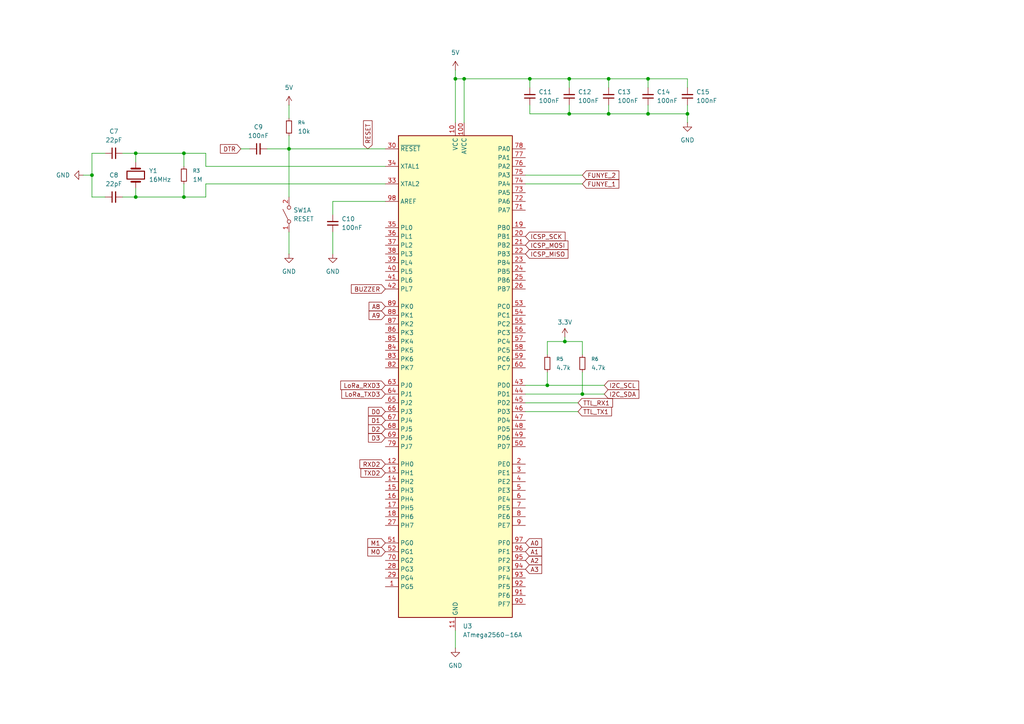
<source format=kicad_sch>
(kicad_sch (version 20250114) (generator "eeschema") (generator_version "9.0")
  (paper "A4")
  (lib_symbols
    (symbol "Device:C_Small" (pin_numbers (hide yes)) (pin_names (offset 0.254) (hide yes))
      (property "Reference" "C" (at 0.254 1.778 0))
      (property "Value" "C_Small" (at 0.254 -2.032 0))
      (symbol "C_Small_0_1"
        (polyline (pts (xy -1.524 0.508) (xy 1.524 0.508)) (stroke (width 0.3048)))
        (polyline (pts (xy -1.524 -0.508) (xy 1.524 -0.508)) (stroke (width 0.3302)))
      )
      (symbol "C_Small_1_1"
        (pin passive line (at 0 2.54 270) (length 2.032) (name "~") (number "1"))
        (pin passive line (at 0 -2.54 90) (length 2.032) (name "~") (number "2"))
      )
    )
    (symbol "Device:Crystal" (pin_numbers (hide yes)) (pin_names (offset 1.016) (hide yes))
      (property "Reference" "Y" (at 0 3.81 0))
      (property "Value" "Crystal" (at 0 -3.81 0))
      (symbol "Crystal_0_1"
        (polyline (pts (xy -2.54 0) (xy -1.905 0)))
        (polyline (pts (xy -1.905 -1.27) (xy -1.905 1.27)) (stroke (width 0.508)))
        (rectangle (start -1.143 2.54) (end 1.143 -2.54) (stroke (width 0.3048)))
        (polyline (pts (xy 1.905 -1.27) (xy 1.905 1.27)) (stroke (width 0.508)))
        (polyline (pts (xy 2.54 0) (xy 1.905 0)))
      )
      (symbol "Crystal_1_1"
        (pin passive line (at -3.81 0 0) (length 1.27) (name "1") (number "1"))
        (pin passive line (at 3.81 0 180) (length 1.27) (name "2") (number "2"))
      )
    )
    (symbol "Device:R_Small" (pin_numbers (hide yes)) (pin_names (offset 0.254) (hide yes))
      (property "Reference" "R" (at 0 0 90))
      (property "Value" "R_Small" (at 1.778 0 90))
      (symbol "R_Small_0_1"
        (rectangle (start -0.762 1.778) (end 0.762 -1.778) (stroke (width 0.2032)))
      )
      (symbol "R_Small_1_1"
        (pin passive line (at 0 2.54 270) (length 0.762) (name "~") (number "1"))
        (pin passive line (at 0 -2.54 90) (length 0.762) (name "~") (number "2"))
      )
    )
    (symbol "MCU_Microchip_ATmega:ATmega2560-16A"
      (property "Reference" "U" (at 0 1.27 0))
      (property "Value" "ATmega2560-16A" (at 0 -1.27 0))
      (symbol "ATmega2560-16A_0_1"
        (rectangle (start -16.51 -69.85) (end 16.51 69.85) (stroke (width 0.254)) (fill (type background)))
      )
      (symbol "ATmega2560-16A_1_1"
        (pin input line (at -20.32 66.04 0) (length 3.81) (name "~{RESET}") (number "30"))
        (pin input line (at -20.32 60.96 0) (length 3.81) (name "XTAL1") (number "34"))
        (pin output line (at -20.32 55.88 0) (length 3.81) (name "XTAL2") (number "33"))
        (pin passive line (at -20.32 50.8 0) (length 3.81) (name "AREF") (number "98"))
        (pin bidirectional line (at -20.32 43.18 0) (length 3.81) (name "PL0") (number "35"))
        (pin bidirectional line (at -20.32 40.64 0) (length 3.81) (name "PL1") (number "36"))
        (pin bidirectional line (at -20.32 38.1 0) (length 3.81) (name "PL2") (number "37"))
        (pin bidirectional line (at -20.32 35.56 0) (length 3.81) (name "PL3") (number "38"))
        (pin bidirectional line (at -20.32 33.02 0) (length 3.81) (name "PL4") (number "39"))
        (pin bidirectional line (at -20.32 30.48 0) (length 3.81) (name "PL5") (number "40"))
        (pin bidirectional line (at -20.32 27.94 0) (length 3.81) (name "PL6") (number "41"))
        (pin bidirectional line (at -20.32 25.4 0) (length 3.81) (name "PL7") (number "42"))
        (pin bidirectional line (at -20.32 20.32 0) (length 3.81) (name "PK0") (number "89"))
        (pin bidirectional line (at -20.32 17.78 0) (length 3.81) (name "PK1") (number "88"))
        (pin bidirectional line (at -20.32 15.24 0) (length 3.81) (name "PK2") (number "87"))
        (pin bidirectional line (at -20.32 12.7 0) (length 3.81) (name "PK3") (number "86"))
        (pin bidirectional line (at -20.32 10.16 0) (length 3.81) (name "PK4") (number "85"))
        (pin bidirectional line (at -20.32 7.62 0) (length 3.81) (name "PK5") (number "84"))
        (pin bidirectional line (at -20.32 5.08 0) (length 3.81) (name "PK6") (number "83"))
        (pin bidirectional line (at -20.32 2.54 0) (length 3.81) (name "PK7") (number "82"))
        (pin bidirectional line (at -20.32 -2.54 0) (length 3.81) (name "PJ0") (number "63"))
        (pin bidirectional line (at -20.32 -5.08 0) (length 3.81) (name "PJ1") (number "64"))
        (pin bidirectional line (at -20.32 -7.62 0) (length 3.81) (name "PJ2") (number "65"))
        (pin bidirectional line (at -20.32 -10.16 0) (length 3.81) (name "PJ3") (number "66"))
        (pin bidirectional line (at -20.32 -12.7 0) (length 3.81) (name "PJ4") (number "67"))
        (pin bidirectional line (at -20.32 -15.24 0) (length 3.81) (name "PJ5") (number "68"))
        (pin bidirectional line (at -20.32 -17.78 0) (length 3.81) (name "PJ6") (number "69"))
        (pin bidirectional line (at -20.32 -20.32 0) (length 3.81) (name "PJ7") (number "79"))
        (pin bidirectional line (at -20.32 -25.4 0) (length 3.81) (name "PH0") (number "12"))
        (pin bidirectional line (at -20.32 -27.94 0) (length 3.81) (name "PH1") (number "13"))
        (pin bidirectional line (at -20.32 -30.48 0) (length 3.81) (name "PH2") (number "14"))
        (pin bidirectional line (at -20.32 -33.02 0) (length 3.81) (name "PH3") (number "15"))
        (pin bidirectional line (at -20.32 -35.56 0) (length 3.81) (name "PH4") (number "16"))
        (pin bidirectional line (at -20.32 -38.1 0) (length 3.81) (name "PH5") (number "17"))
        (pin bidirectional line (at -20.32 -40.64 0) (length 3.81) (name "PH6") (number "18"))
        (pin bidirectional line (at -20.32 -43.18 0) (length 3.81) (name "PH7") (number "27"))
        (pin bidirectional line (at -20.32 -48.26 0) (length 3.81) (name "PG0") (number "51"))
        (pin bidirectional line (at -20.32 -50.8 0) (length 3.81) (name "PG1") (number "52"))
        (pin bidirectional line (at -20.32 -53.34 0) (length 3.81) (name "PG2") (number "70"))
        (pin bidirectional line (at -20.32 -55.88 0) (length 3.81) (name "PG3") (number "28"))
        (pin bidirectional line (at -20.32 -58.42 0) (length 3.81) (name "PG4") (number "29"))
        (pin bidirectional line (at -20.32 -60.96 0) (length 3.81) (name "PG5") (number "1"))
        (pin power_in line (at 0 73.66 270) (length 3.81) (name "VCC") (number "10"))
        (pin passive line (at 0 73.66 270) (length 3.81) (hide yes) (name "VCC") (number "31"))
        (pin passive line (at 0 73.66 270) (length 3.81) (hide yes) (name "VCC") (number "61"))
        (pin passive line (at 0 73.66 270) (length 3.81) (hide yes) (name "VCC") (number "80"))
        (pin power_in line (at 0 -73.66 90) (length 3.81) (name "GND") (number "11"))
        (pin passive line (at 0 -73.66 90) (length 3.81) (hide yes) (name "GND") (number "32"))
        (pin passive line (at 0 -73.66 90) (length 3.81) (hide yes) (name "GND") (number "62"))
        (pin passive line (at 0 -73.66 90) (length 3.81) (hide yes) (name "GND") (number "81"))
        (pin passive line (at 0 -73.66 90) (length 3.81) (hide yes) (name "GND") (number "99"))
        (pin power_in line (at 2.54 73.66 270) (length 3.81) (name "AVCC") (number "100"))
        (pin bidirectional line (at 20.32 66.04 180) (length 3.81) (name "PA0") (number "78"))
        (pin bidirectional line (at 20.32 63.5 180) (length 3.81) (name "PA1") (number "77"))
        (pin bidirectional line (at 20.32 60.96 180) (length 3.81) (name "PA2") (number "76"))
        (pin bidirectional line (at 20.32 58.42 180) (length 3.81) (name "PA3") (number "75"))
        (pin bidirectional line (at 20.32 55.88 180) (length 3.81) (name "PA4") (number "74"))
        (pin bidirectional line (at 20.32 53.34 180) (length 3.81) (name "PA5") (number "73"))
        (pin bidirectional line (at 20.32 50.8 180) (length 3.81) (name "PA6") (number "72"))
        (pin bidirectional line (at 20.32 48.26 180) (length 3.81) (name "PA7") (number "71"))
        (pin bidirectional line (at 20.32 43.18 180) (length 3.81) (name "PB0") (number "19"))
        (pin bidirectional line (at 20.32 40.64 180) (length 3.81) (name "PB1") (number "20"))
        (pin bidirectional line (at 20.32 38.1 180) (length 3.81) (name "PB2") (number "21"))
        (pin bidirectional line (at 20.32 35.56 180) (length 3.81) (name "PB3") (number "22"))
        (pin bidirectional line (at 20.32 33.02 180) (length 3.81) (name "PB4") (number "23"))
        (pin bidirectional line (at 20.32 30.48 180) (length 3.81) (name "PB5") (number "24"))
        (pin bidirectional line (at 20.32 27.94 180) (length 3.81) (name "PB6") (number "25"))
        (pin bidirectional line (at 20.32 25.4 180) (length 3.81) (name "PB7") (number "26"))
        (pin bidirectional line (at 20.32 20.32 180) (length 3.81) (name "PC0") (number "53"))
        (pin bidirectional line (at 20.32 17.78 180) (length 3.81) (name "PC1") (number "54"))
        (pin bidirectional line (at 20.32 15.24 180) (length 3.81) (name "PC2") (number "55"))
        (pin bidirectional line (at 20.32 12.7 180) (length 3.81) (name "PC3") (number "56"))
        (pin bidirectional line (at 20.32 10.16 180) (length 3.81) (name "PC4") (number "57"))
        (pin bidirectional line (at 20.32 7.62 180) (length 3.81) (name "PC5") (number "58"))
        (pin bidirectional line (at 20.32 5.08 180) (length 3.81) (name "PC6") (number "59"))
        (pin bidirectional line (at 20.32 2.54 180) (length 3.81) (name "PC7") (number "60"))
        (pin bidirectional line (at 20.32 -2.54 180) (length 3.81) (name "PD0") (number "43"))
        (pin bidirectional line (at 20.32 -5.08 180) (length 3.81) (name "PD1") (number "44"))
        (pin bidirectional line (at 20.32 -7.62 180) (length 3.81) (name "PD2") (number "45"))
        (pin bidirectional line (at 20.32 -10.16 180) (length 3.81) (name "PD3") (number "46"))
        (pin bidirectional line (at 20.32 -12.7 180) (length 3.81) (name "PD4") (number "47"))
        (pin bidirectional line (at 20.32 -15.24 180) (length 3.81) (name "PD5") (number "48"))
        (pin bidirectional line (at 20.32 -17.78 180) (length 3.81) (name "PD6") (number "49"))
        (pin bidirectional line (at 20.32 -20.32 180) (length 3.81) (name "PD7") (number "50"))
        (pin bidirectional line (at 20.32 -25.4 180) (length 3.81) (name "PE0") (number "2"))
        (pin bidirectional line (at 20.32 -27.94 180) (length 3.81) (name "PE1") (number "3"))
        (pin bidirectional line (at 20.32 -30.48 180) (length 3.81) (name "PE2") (number "4"))
        (pin bidirectional line (at 20.32 -33.02 180) (length 3.81) (name "PE3") (number "5"))
        (pin bidirectional line (at 20.32 -35.56 180) (length 3.81) (name "PE4") (number "6"))
        (pin bidirectional line (at 20.32 -38.1 180) (length 3.81) (name "PE5") (number "7"))
        (pin bidirectional line (at 20.32 -40.64 180) (length 3.81) (name "PE6") (number "8"))
        (pin bidirectional line (at 20.32 -43.18 180) (length 3.81) (name "PE7") (number "9"))
        (pin bidirectional line (at 20.32 -48.26 180) (length 3.81) (name "PF0") (number "97"))
        (pin bidirectional line (at 20.32 -50.8 180) (length 3.81) (name "PF1") (number "96"))
        (pin bidirectional line (at 20.32 -53.34 180) (length 3.81) (name "PF2") (number "95"))
        (pin bidirectional line (at 20.32 -55.88 180) (length 3.81) (name "PF3") (number "94"))
        (pin bidirectional line (at 20.32 -58.42 180) (length 3.81) (name "PF4") (number "93"))
        (pin bidirectional line (at 20.32 -60.96 180) (length 3.81) (name "PF5") (number "92"))
        (pin bidirectional line (at 20.32 -63.5 180) (length 3.81) (name "PF6") (number "91"))
        (pin bidirectional line (at 20.32 -66.04 180) (length 3.81) (name "PF7") (number "90"))
      )
    )
    (symbol "Switch:SW_DPST_x2" (pin_names (offset 0) (hide yes))
      (property "Reference" "SW" (at 0 3.175 0))
      (property "Value" "SW_DPST_x2" (at 0 -2.54 0))
      (symbol "SW_DPST_x2_0_0"
        (circle (center -2.032 0) (radius 0.508))
        (polyline (pts (xy -1.524 0.254) (xy 1.524 1.778)))
        (circle (center 2.032 0) (radius 0.508))
      )
      (symbol "SW_DPST_x2_1_1"
        (pin passive line (at -5.08 0 0) (length 2.54) (name "A") (number "1"))
        (pin passive line (at 5.08 0 180) (length 2.54) (name "B") (number "2"))
      )
      (symbol "SW_DPST_x2_2_1"
        (pin passive line (at -5.08 0 0) (length 2.54) (name "A") (number "3"))
        (pin passive line (at 5.08 0 180) (length 2.54) (name "B") (number "4"))
      )
    )
    (symbol "power:GND" (power) (pin_numbers (hide yes)) (pin_names (offset 0) (hide yes))
      (property "Value" "GND" (at 0 -3.81 0))
      (symbol "GND_0_1"
        (polyline (pts (xy 0 0) (xy 0 -1.27) (xy 1.27 -1.27) (xy 0 -2.54) (xy -1.27 -1.27) (xy 0 -1.27)))
      )
      (symbol "GND_1_1"
        (pin power_in line (at 0 0 270) (length 0) (name "~") (number "1"))
      )
    )
    (symbol "power:VCC" (power) (pin_numbers (hide yes)) (pin_names (offset 0) (hide yes))
      (property "Value" "VCC" (at 0 3.556 0))
      (symbol "VCC_0_1"
        (polyline (pts (xy -0.762 1.27) (xy 0 2.54)))
        (polyline (pts (xy 0 2.54) (xy 0.762 1.27)))
        (polyline (pts (xy 0 0) (xy 0 2.54)))
      )
      (symbol "VCC_1_1"
        (pin power_in line (at 0 0 90) (length 0) (name "~") (number "1"))
      )
    )
  )
  (junction (at 53.34 44.45))
  (junction (at 158.75 111.76))
  (junction (at 134.62 22.86))
  (junction (at 39.37 44.45))
  (junction (at 132.08 22.86))
  (junction (at 168.91 114.3))
  (junction (at 176.53 22.86))
  (junction (at 53.34 57.15))
  (junction (at 187.96 22.86))
  (junction (at 83.82 43.18))
  (junction (at 165.1 33.02))
  (junction (at 26.67 50.8))
  (junction (at 153.67 22.86))
  (junction (at 165.1 22.86))
  (junction (at 163.83 99.06))
  (junction (at 176.53 33.02))
  (junction (at 187.96 33.02))
  (junction (at 39.37 57.15))
  (junction (at 199.39 33.02))
  (wire (pts (xy 96.52 73.66) (xy 96.52 67.31)))
  (wire (pts (xy 176.53 30.48) (xy 176.53 33.02)))
  (wire (pts (xy 83.82 43.18) (xy 83.82 57.15)))
  (wire (pts (xy 35.56 44.45) (xy 39.37 44.45)))
  (wire (pts (xy 39.37 44.45) (xy 39.37 46.99)))
  (wire (pts (xy 83.82 43.18) (xy 111.76 43.18)))
  (wire (pts (xy 153.67 30.48) (xy 153.67 33.02)))
  (wire (pts (xy 158.75 111.76) (xy 175.26 111.76)))
  (wire (pts (xy 30.48 57.15) (xy 26.67 57.15)))
  (wire (pts (xy 153.67 22.86) (xy 153.67 25.4)))
  (wire (pts (xy 152.4 53.34) (xy 168.91 53.34)))
  (wire (pts (xy 153.67 33.02) (xy 165.1 33.02)))
  (wire (pts (xy 165.1 25.4) (xy 165.1 22.86)))
  (wire (pts (xy 134.62 22.86) (xy 134.62 35.56)))
  (wire (pts (xy 152.4 119.38) (xy 167.64 119.38)))
  (wire (pts (xy 199.39 33.02) (xy 187.96 33.02)))
  (wire (pts (xy 53.34 53.34) (xy 53.34 57.15)))
  (wire (pts (xy 132.08 35.56) (xy 132.08 22.86)))
  (wire (pts (xy 165.1 33.02) (xy 165.1 30.48)))
  (wire (pts (xy 158.75 99.06) (xy 163.83 99.06)))
  (wire (pts (xy 77.47 43.18) (xy 83.82 43.18)))
  (wire (pts (xy 158.75 102.87) (xy 158.75 99.06)))
  (wire (pts (xy 163.83 97.79) (xy 163.83 99.06)))
  (wire (pts (xy 59.69 44.45) (xy 53.34 44.45)))
  (wire (pts (xy 35.56 57.15) (xy 39.37 57.15)))
  (wire (pts (xy 158.75 107.95) (xy 158.75 111.76)))
  (wire (pts (xy 83.82 30.48) (xy 83.82 34.29)))
  (wire (pts (xy 26.67 44.45) (xy 26.67 50.8)))
  (wire (pts (xy 199.39 30.48) (xy 199.39 33.02)))
  (wire (pts (xy 168.91 99.06) (xy 168.91 102.87)))
  (wire (pts (xy 96.52 62.23) (xy 96.52 58.42)))
  (wire (pts (xy 53.34 57.15) (xy 39.37 57.15)))
  (wire (pts (xy 152.4 114.3) (xy 168.91 114.3)))
  (wire (pts (xy 176.53 22.86) (xy 165.1 22.86)))
  (wire (pts (xy 165.1 22.86) (xy 153.67 22.86)))
  (wire (pts (xy 168.91 50.8) (xy 152.4 50.8)))
  (wire (pts (xy 163.83 99.06) (xy 168.91 99.06)))
  (wire (pts (xy 96.52 58.42) (xy 111.76 58.42)))
  (wire (pts (xy 187.96 22.86) (xy 199.39 22.86)))
  (wire (pts (xy 111.76 53.34) (xy 59.69 53.34)))
  (wire (pts (xy 132.08 187.96) (xy 132.08 182.88)))
  (wire (pts (xy 26.67 50.8) (xy 24.13 50.8)))
  (wire (pts (xy 199.39 35.56) (xy 199.39 33.02)))
  (wire (pts (xy 187.96 30.48) (xy 187.96 33.02)))
  (wire (pts (xy 187.96 22.86) (xy 176.53 22.86)))
  (wire (pts (xy 83.82 67.31) (xy 83.82 73.66)))
  (wire (pts (xy 134.62 22.86) (xy 153.67 22.86)))
  (wire (pts (xy 176.53 33.02) (xy 165.1 33.02)))
  (wire (pts (xy 59.69 57.15) (xy 53.34 57.15)))
  (wire (pts (xy 69.85 43.18) (xy 72.39 43.18)))
  (wire (pts (xy 176.53 25.4) (xy 176.53 22.86)))
  (wire (pts (xy 111.76 48.26) (xy 59.69 48.26)))
  (wire (pts (xy 187.96 25.4) (xy 187.96 22.86)))
  (wire (pts (xy 152.4 111.76) (xy 158.75 111.76)))
  (wire (pts (xy 53.34 44.45) (xy 53.34 48.26)))
  (wire (pts (xy 187.96 33.02) (xy 176.53 33.02)))
  (wire (pts (xy 132.08 20.32) (xy 132.08 22.86)))
  (wire (pts (xy 168.91 114.3) (xy 175.26 114.3)))
  (wire (pts (xy 53.34 44.45) (xy 39.37 44.45)))
  (wire (pts (xy 59.69 48.26) (xy 59.69 44.45)))
  (wire (pts (xy 152.4 116.84) (xy 167.64 116.84)))
  (wire (pts (xy 26.67 50.8) (xy 26.67 57.15)))
  (wire (pts (xy 39.37 54.61) (xy 39.37 57.15)))
  (wire (pts (xy 168.91 107.95) (xy 168.91 114.3)))
  (wire (pts (xy 30.48 44.45) (xy 26.67 44.45)))
  (wire (pts (xy 83.82 39.37) (xy 83.82 43.18)))
  (wire (pts (xy 132.08 22.86) (xy 134.62 22.86)))
  (wire (pts (xy 199.39 25.4) (xy 199.39 22.86)))
  (wire (pts (xy 59.69 53.34) (xy 59.69 57.15)))
  (global_label "RESET" (shape input) (at 106.68 43.18 90) (property "Intersheetrefs" "${INTERSHEET_REFS}" (effects (hide yes))))
  (global_label "D2" (shape input) (at 111.76 124.46 180) (property "Intersheetrefs" "${INTERSHEET_REFS}" (effects (hide yes))))
  (global_label "D3" (shape input) (at 111.76 127 180) (property "Intersheetrefs" "${INTERSHEET_REFS}" (effects (hide yes))))
  (global_label "TTL_TX1" (shape input) (at 167.64 119.38 0) (property "Intersheetrefs" "${INTERSHEET_REFS}" (effects (hide yes))))
  (global_label "BUZZER" (shape input) (at 111.76 83.82 180) (property "Intersheetrefs" "${INTERSHEET_REFS}" (effects (hide yes))))
  (global_label "FUNYE_1" (shape input) (at 168.91 53.34 0) (property "Intersheetrefs" "${INTERSHEET_REFS}" (effects (hide yes))))
  (global_label "M1" (shape input) (at 111.76 157.48 180) (property "Intersheetrefs" "${INTERSHEET_REFS}" (effects (hide yes))))
  (global_label "A9" (shape input) (at 111.76 91.44 180) (property "Intersheetrefs" "${INTERSHEET_REFS}" (effects (hide yes))))
  (global_label "RXD2" (shape input) (at 111.76 134.62 180) (property "Intersheetrefs" "${INTERSHEET_REFS}" (effects (hide yes))))
  (global_label "LoRa_TXD3" (shape input) (at 111.76 114.3 180) (property "Intersheetrefs" "${INTERSHEET_REFS}" (effects (hide yes))))
  (global_label "DTR" (shape input) (at 69.85 43.18 180) (property "Intersheetrefs" "${INTERSHEET_REFS}" (effects (hide yes))))
  (global_label "A1" (shape input) (at 152.4 160.02 0) (property "Intersheetrefs" "${INTERSHEET_REFS}" (effects (hide yes))))
  (global_label "TTL_RX1" (shape input) (at 167.64 116.84 0) (property "Intersheetrefs" "${INTERSHEET_REFS}" (effects (hide yes))))
  (global_label "I2C_SCL" (shape input) (at 175.26 111.76 0) (property "Intersheetrefs" "${INTERSHEET_REFS}" (effects (hide yes))))
  (global_label "M0" (shape input) (at 111.76 160.02 180) (property "Intersheetrefs" "${INTERSHEET_REFS}" (effects (hide yes))))
  (global_label "ICSP_SCK" (shape input) (at 152.4 68.58 0) (property "Intersheetrefs" "${INTERSHEET_REFS}" (effects (hide yes))))
  (global_label "A2" (shape input) (at 152.4 162.56 0) (property "Intersheetrefs" "${INTERSHEET_REFS}" (effects (hide yes))))
  (global_label "TXD2" (shape input) (at 111.76 137.16 180) (property "Intersheetrefs" "${INTERSHEET_REFS}" (effects (hide yes))))
  (global_label "LoRa_RXD3" (shape input) (at 111.76 111.76 180) (property "Intersheetrefs" "${INTERSHEET_REFS}" (effects (hide yes))))
  (global_label "D1" (shape input) (at 111.76 121.92 180) (property "Intersheetrefs" "${INTERSHEET_REFS}" (effects (hide yes))))
  (global_label "ICSP_MISO" (shape input) (at 152.4 73.66 0) (property "Intersheetrefs" "${INTERSHEET_REFS}" (effects (hide yes))))
  (global_label "A3" (shape input) (at 152.4 165.1 0) (property "Intersheetrefs" "${INTERSHEET_REFS}" (effects (hide yes))))
  (global_label "A0" (shape input) (at 152.4 157.48 0) (property "Intersheetrefs" "${INTERSHEET_REFS}" (effects (hide yes))))
  (global_label "FUNYE_2" (shape input) (at 168.91 50.8 0) (property "Intersheetrefs" "${INTERSHEET_REFS}" (effects (hide yes))))
  (global_label "I2C_SDA" (shape input) (at 175.26 114.3 0) (property "Intersheetrefs" "${INTERSHEET_REFS}" (effects (hide yes))))
  (global_label "D0" (shape input) (at 111.76 119.38 180) (property "Intersheetrefs" "${INTERSHEET_REFS}" (effects (hide yes))))
  (global_label "A8" (shape input) (at 111.76 88.9 180) (property "Intersheetrefs" "${INTERSHEET_REFS}" (effects (hide yes))))
  (global_label "ICSP_MOSI" (shape input) (at 152.4 71.12 0) (property "Intersheetrefs" "${INTERSHEET_REFS}" (effects (hide yes))))
  (symbol (lib_id "power:VCC") (at 83.82 30.48 0) (unit 1)
    (property "Reference" "#PWR020" (effects (hide yes)))
    (property "Value" "5V" (at 83.82 25.4 0))
    (property "Description" "Power symbol creates a global label with name \"VCC\"" (effects (hide yes)))
  )
  (symbol (lib_id "Device:C_Small") (at 187.96 27.94 180) (unit 1)
    (property "Reference" "C14" (at 190.5 26.6635 0) (effects (justify right)))
    (property "Value" "100nF" (at 190.5 29.2035 0) (effects (justify right)))
    (property "Footprint" "Capacitor_SMD:C_0603_1608Metric_Pad1.08x0.95mm_HandSolder" (effects (hide yes)))
    (property "Description" "Unpolarized capacitor, small symbol" (effects (hide yes)))
  )
  (symbol (lib_id "Device:C_Small") (at 165.1 27.94 180) (unit 1)
    (property "Reference" "C12" (at 167.64 26.6635 0) (effects (justify right)))
    (property "Value" "100nF" (at 167.64 29.2035 0) (effects (justify right)))
    (property "Footprint" "Capacitor_SMD:C_0603_1608Metric_Pad1.08x0.95mm_HandSolder" (effects (hide yes)))
    (property "Description" "Unpolarized capacitor, small symbol" (effects (hide yes)))
  )
  (symbol (lib_id "Device:R_Small") (at 168.91 105.41 180) (unit 1)
    (property "Reference" "R6" (at 171.45 104.1399 0) (effects (font (size 1.016 1.016)) (justify right)))
    (property "Value" "4.7k" (at 171.45 106.6799 0) (effects (justify right)))
    (property "Footprint" "Resistor_SMD:R_0603_1608Metric_Pad0.98x0.95mm_HandSolder" (effects (hide yes)))
    (property "Description" "Resistor, small symbol" (effects (hide yes)))
  )
  (symbol (lib_id "Device:C_Small") (at 153.67 27.94 180) (unit 1)
    (property "Reference" "C11" (at 156.21 26.6635 0) (effects (justify right)))
    (property "Value" "100nF" (at 156.21 29.2035 0) (effects (justify right)))
    (property "Footprint" "Capacitor_SMD:C_0603_1608Metric_Pad1.08x0.95mm_HandSolder" (effects (hide yes)))
    (property "Description" "Unpolarized capacitor, small symbol" (effects (hide yes)))
  )
  (symbol (lib_id "power:VCC") (at 163.83 97.79 0) (unit 1)
    (property "Reference" "#PWR025" (effects (hide yes)))
    (property "Value" "3.3V" (at 163.83 93.472 0))
    (property "Description" "Power symbol creates a global label with name \"VCC\"" (effects (hide yes)))
  )
  (symbol (lib_id "Device:C_Small") (at 176.53 27.94 180) (unit 1)
    (property "Reference" "C13" (at 179.07 26.6635 0) (effects (justify right)))
    (property "Value" "100nF" (at 179.07 29.2035 0) (effects (justify right)))
    (property "Footprint" "Capacitor_SMD:C_0603_1608Metric_Pad1.08x0.95mm_HandSolder" (effects (hide yes)))
    (property "Description" "Unpolarized capacitor, small symbol" (effects (hide yes)))
  )
  (symbol (lib_id "Device:C_Small") (at 74.93 43.18 90) (unit 1)
    (property "Reference" "C9" (at 74.9363 36.83 90))
    (property "Value" "100nF" (at 74.9363 39.37 90))
    (property "Footprint" "Capacitor_SMD:C_0603_1608Metric_Pad1.08x0.95mm_HandSolder" (effects (hide yes)))
    (property "Description" "Unpolarized capacitor, small symbol" (effects (hide yes)))
  )
  (symbol (lib_id "power:GND") (at 132.08 187.96 0) (unit 1)
    (property "Reference" "#PWR024" (effects (hide yes)))
    (property "Value" "GND" (at 132.08 193.04 0))
    (property "Description" "Power symbol creates a global label with name \"GND\" , ground" (effects (hide yes)))
  )
  (symbol (lib_id "Switch:SW_DPST_x2") (at 83.82 62.23 90) (unit 1)
    (property "Reference" "SW1" (at 85.09 60.9599 90) (effects (justify right)))
    (property "Value" "RESET" (at 85.09 63.4999 90) (effects (justify right)))
    (property "Footprint" "Button_Switch_THT:SW_PUSH_6mm_H5mm" (effects (hide yes)))
    (property "Description" "Single Pole Single Throw (SPST) switch, separate symbol" (effects (hide yes)))
  )
  (symbol (lib_id "power:VCC") (at 132.08 20.32 0) (unit 1)
    (property "Reference" "#PWR023" (effects (hide yes)))
    (property "Value" "5V" (at 132.08 15.24 0))
    (property "Description" "Power symbol creates a global label with name \"VCC\"" (effects (hide yes)))
  )
  (symbol (lib_id "Device:C_Small") (at 33.02 57.15 90) (unit 1)
    (property "Reference" "C8" (at 33.0263 50.8 90))
    (property "Value" "22pF" (at 33.0263 53.34 90))
    (property "Footprint" "Capacitor_SMD:C_0603_1608Metric_Pad1.08x0.95mm_HandSolder" (effects (hide yes)))
    (property "Description" "Unpolarized capacitor, small symbol" (effects (hide yes)))
  )
  (symbol (lib_id "power:GND") (at 96.52 73.66 0) (unit 1)
    (property "Reference" "#PWR022" (effects (hide yes)))
    (property "Value" "GND" (at 96.52 78.74 0))
    (property "Description" "Power symbol creates a global label with name \"GND\" , ground" (effects (hide yes)))
  )
  (symbol (lib_id "Device:R_Small") (at 53.34 50.8 0) (unit 1)
    (property "Reference" "R3" (at 55.88 49.5299 0) (effects (font (size 1.016 1.016)) (justify left)))
    (property "Value" "1M" (at 55.88 52.0699 0) (effects (justify left)))
    (property "Footprint" "Resistor_SMD:R_0603_1608Metric_Pad0.98x0.95mm_HandSolder" (effects (hide yes)))
    (property "Description" "Resistor, small symbol" (effects (hide yes)))
  )
  (symbol (lib_id "Device:Crystal") (at 39.37 50.8 90) (unit 1)
    (property "Reference" "Y1" (at 43.18 49.5299 90) (effects (justify right)))
    (property "Value" "16MHz" (at 43.18 52.0699 90) (effects (justify right)))
    (property "Footprint" "Crystal:Crystal_HC49-4H_Vertical" (effects (hide yes)))
    (property "Description" "Two pin crystal" (effects (hide yes)))
  )
  (symbol (lib_id "MCU_Microchip_ATmega:ATmega2560-16A") (at 132.08 109.22 0) (unit 1)
    (property "Reference" "U3" (at 134.2233 181.61 0) (effects (justify left)))
    (property "Value" "ATmega2560-16A" (at 134.2233 184.15 0) (effects (justify left)))
    (property "Footprint" "Package_QFP:TQFP-100_14x14mm_P0.5mm" (effects (hide yes)))
    (property "Datasheet" "http://ww1.microchip.com/downloads/en/DeviceDoc/Atmel-2549-8-bit-AVR-Microcontroller-ATmega640-1280-1281-2560-2561_datasheet.pdf" (effects (hide yes)))
    (property "Description" "16MHz, 256kB Flash, 8kB SRAM, 4kB EEPROM, JTAG, TQFP-100" (effects (hide yes)))
  )
  (symbol (lib_id "power:GND") (at 199.39 35.56 0) (unit 1)
    (property "Reference" "#PWR026" (effects (hide yes)))
    (property "Value" "GND" (at 199.39 40.64 0))
    (property "Description" "Power symbol creates a global label with name \"GND\" , ground" (effects (hide yes)))
  )
  (symbol (lib_id "Device:R_Small") (at 83.82 36.83 0) (unit 1)
    (property "Reference" "R4" (at 86.36 35.5599 0) (effects (font (size 1.016 1.016)) (justify left)))
    (property "Value" "10k" (at 86.36 38.0999 0) (effects (justify left)))
    (property "Footprint" "Resistor_SMD:R_0603_1608Metric_Pad0.98x0.95mm_HandSolder" (effects (hide yes)))
    (property "Description" "Resistor, small symbol" (effects (hide yes)))
  )
  (symbol (lib_id "power:GND") (at 83.82 73.66 0) (unit 1)
    (property "Reference" "#PWR021" (effects (hide yes)))
    (property "Value" "GND" (at 83.82 78.74 0))
    (property "Description" "Power symbol creates a global label with name \"GND\" , ground" (effects (hide yes)))
  )
  (symbol (lib_id "Device:R_Small") (at 158.75 105.41 180) (unit 1)
    (property "Reference" "R5" (at 161.29 104.1399 0) (effects (font (size 1.016 1.016)) (justify right)))
    (property "Value" "4.7k" (at 161.29 106.6799 0) (effects (justify right)))
    (property "Footprint" "Resistor_SMD:R_0603_1608Metric_Pad0.98x0.95mm_HandSolder" (effects (hide yes)))
    (property "Description" "Resistor, small symbol" (effects (hide yes)))
  )
  (symbol (lib_id "Device:C_Small") (at 199.39 27.94 180) (unit 1)
    (property "Reference" "C15" (at 201.93 26.6635 0) (effects (justify right)))
    (property "Value" "100nF" (at 201.93 29.2035 0) (effects (justify right)))
    (property "Footprint" "Capacitor_SMD:C_0603_1608Metric_Pad1.08x0.95mm_HandSolder" (effects (hide yes)))
    (property "Description" "Unpolarized capacitor, small symbol" (effects (hide yes)))
  )
  (symbol (lib_id "Device:C_Small") (at 96.52 64.77 180) (unit 1)
    (property "Reference" "C10" (at 99.06 63.4935 0) (effects (justify right)))
    (property "Value" "100nF" (at 99.06 66.0335 0) (effects (justify right)))
    (property "Footprint" "Capacitor_SMD:C_0603_1608Metric_Pad1.08x0.95mm_HandSolder" (effects (hide yes)))
    (property "Description" "Unpolarized capacitor, small symbol" (effects (hide yes)))
  )
  (symbol (lib_id "power:GND") (at 24.13 50.8 270) (unit 1)
    (property "Reference" "#PWR019" (effects (hide yes)))
    (property "Value" "GND" (at 20.32 50.7999 90) (effects (justify right)))
    (property "Description" "Power symbol creates a global label with name \"GND\" , ground" (effects (hide yes)))
  )
  (symbol (lib_id "Device:C_Small") (at 33.02 44.45 90) (unit 1)
    (property "Reference" "C7" (at 33.0263 38.1 90))
    (property "Value" "22pF" (at 33.0263 40.64 90))
    (property "Footprint" "Capacitor_SMD:C_0603_1608Metric_Pad1.08x0.95mm_HandSolder" (effects (hide yes)))
    (property "Description" "Unpolarized capacitor, small symbol" (effects (hide yes)))
  )
)
</source>
